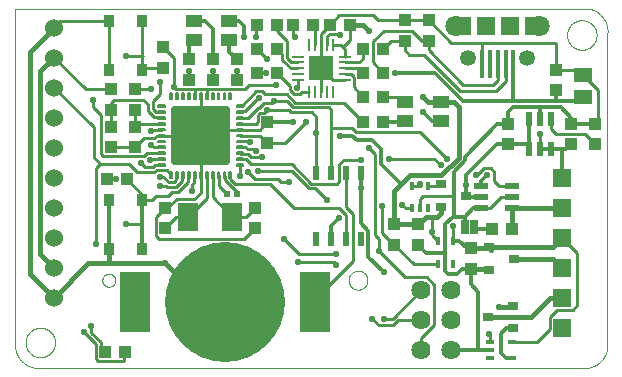
<source format=gtl>
G75*
%MOIN*%
%OFA0B0*%
%FSLAX25Y25*%
%IPPOS*%
%LPD*%
%AMOC8*
5,1,8,0,0,1.08239X$1,22.5*
%
%ADD10C,0.00000*%
%ADD11C,0.40000*%
%ADD12R,0.10000X0.20000*%
%ADD13R,0.03937X0.04331*%
%ADD14R,0.05906X0.05118*%
%ADD15R,0.04331X0.03937*%
%ADD16C,0.00591*%
%ADD17C,0.01969*%
%ADD18C,0.06400*%
%ADD19C,0.06000*%
%ADD20R,0.06000X0.06000*%
%ADD21R,0.02500X0.05000*%
%ADD22R,0.01772X0.09252*%
%ADD23C,0.05315*%
%ADD24C,0.07087*%
%ADD25R,0.05906X0.06102*%
%ADD26R,0.03543X0.03150*%
%ADD27R,0.02362X0.04724*%
%ADD28R,0.06693X0.09449*%
%ADD29R,0.05512X0.04331*%
%ADD30R,0.01378X0.03150*%
%ADD31R,0.03150X0.01378*%
%ADD32R,0.03199X0.04134*%
%ADD33R,0.02165X0.04724*%
%ADD34R,0.04724X0.02165*%
%ADD35R,0.00984X0.03937*%
%ADD36R,0.03937X0.00984*%
%ADD37R,0.07874X0.07874*%
%ADD38C,0.02181*%
%ADD39C,0.01000*%
%ADD40C,0.01200*%
%ADD41C,0.01600*%
%ADD42C,0.02378*%
D10*
X0017374Y0010214D02*
X0199006Y0010256D01*
X0199006Y0010257D02*
X0199185Y0010246D01*
X0199364Y0010239D01*
X0199543Y0010237D01*
X0199722Y0010239D01*
X0199901Y0010246D01*
X0200080Y0010256D01*
X0200259Y0010272D01*
X0200437Y0010291D01*
X0200615Y0010315D01*
X0200792Y0010343D01*
X0200968Y0010375D01*
X0201144Y0010412D01*
X0201318Y0010453D01*
X0201492Y0010498D01*
X0201664Y0010547D01*
X0201835Y0010601D01*
X0202005Y0010658D01*
X0202173Y0010720D01*
X0202340Y0010786D01*
X0202505Y0010856D01*
X0202669Y0010929D01*
X0202830Y0011007D01*
X0202990Y0011089D01*
X0203147Y0011174D01*
X0203303Y0011263D01*
X0203456Y0011356D01*
X0203607Y0011453D01*
X0203756Y0011553D01*
X0203902Y0011657D01*
X0204045Y0011765D01*
X0204186Y0011875D01*
X0204324Y0011990D01*
X0204460Y0012107D01*
X0204592Y0012228D01*
X0204722Y0012352D01*
X0204848Y0012479D01*
X0204972Y0012609D01*
X0205092Y0012742D01*
X0205209Y0012878D01*
X0205322Y0013017D01*
X0205432Y0013158D01*
X0205539Y0013302D01*
X0205642Y0013449D01*
X0205742Y0013598D01*
X0205838Y0013749D01*
X0205930Y0013903D01*
X0206018Y0014059D01*
X0206103Y0014217D01*
X0206184Y0014377D01*
X0206261Y0014539D01*
X0206334Y0014703D01*
X0206403Y0014868D01*
X0206468Y0015035D01*
X0206529Y0015204D01*
X0206585Y0015374D01*
X0206638Y0015545D01*
X0206686Y0015718D01*
X0206731Y0015892D01*
X0206771Y0016066D01*
X0206807Y0016242D01*
X0206838Y0016419D01*
X0206865Y0016596D01*
X0206888Y0016773D01*
X0206907Y0016952D01*
X0206921Y0017131D01*
X0206921Y0017130D02*
X0206921Y0121041D01*
X0206956Y0121222D01*
X0206986Y0121405D01*
X0207011Y0121588D01*
X0207033Y0121771D01*
X0207049Y0121955D01*
X0207061Y0122139D01*
X0207069Y0122324D01*
X0207072Y0122508D01*
X0207070Y0122693D01*
X0207064Y0122878D01*
X0207054Y0123062D01*
X0207039Y0123246D01*
X0207019Y0123430D01*
X0206995Y0123613D01*
X0206967Y0123795D01*
X0206934Y0123977D01*
X0206896Y0124158D01*
X0206854Y0124338D01*
X0206808Y0124517D01*
X0206757Y0124694D01*
X0206702Y0124870D01*
X0206643Y0125045D01*
X0206579Y0125219D01*
X0206512Y0125391D01*
X0206440Y0125561D01*
X0206363Y0125729D01*
X0206283Y0125895D01*
X0206199Y0126059D01*
X0206110Y0126222D01*
X0206018Y0126382D01*
X0205922Y0126539D01*
X0205822Y0126695D01*
X0205718Y0126847D01*
X0205610Y0126997D01*
X0205499Y0127145D01*
X0205385Y0127290D01*
X0205266Y0127431D01*
X0205144Y0127570D01*
X0205019Y0127706D01*
X0204891Y0127839D01*
X0204759Y0127968D01*
X0204625Y0128095D01*
X0204487Y0128218D01*
X0204346Y0128337D01*
X0204202Y0128453D01*
X0204056Y0128566D01*
X0203907Y0128675D01*
X0203755Y0128780D01*
X0203600Y0128881D01*
X0203444Y0128979D01*
X0203284Y0129072D01*
X0203123Y0129162D01*
X0202959Y0129248D01*
X0202794Y0129330D01*
X0202626Y0129407D01*
X0202457Y0129481D01*
X0202286Y0129550D01*
X0202113Y0129615D01*
X0201938Y0129676D01*
X0201763Y0129732D01*
X0201585Y0129785D01*
X0201407Y0129833D01*
X0201228Y0129876D01*
X0201047Y0129915D01*
X0009500Y0129915D01*
X0009500Y0018088D01*
X0009502Y0017898D01*
X0009509Y0017708D01*
X0009521Y0017518D01*
X0009537Y0017328D01*
X0009557Y0017139D01*
X0009583Y0016950D01*
X0009612Y0016762D01*
X0009647Y0016575D01*
X0009686Y0016389D01*
X0009729Y0016204D01*
X0009777Y0016019D01*
X0009829Y0015836D01*
X0009885Y0015655D01*
X0009946Y0015475D01*
X0010012Y0015296D01*
X0010081Y0015119D01*
X0010155Y0014943D01*
X0010233Y0014770D01*
X0010316Y0014598D01*
X0010402Y0014429D01*
X0010492Y0014261D01*
X0010587Y0014096D01*
X0010685Y0013933D01*
X0010788Y0013773D01*
X0010894Y0013615D01*
X0011004Y0013460D01*
X0011117Y0013307D01*
X0011235Y0013157D01*
X0011356Y0013011D01*
X0011480Y0012867D01*
X0011608Y0012726D01*
X0011739Y0012588D01*
X0011874Y0012453D01*
X0012012Y0012322D01*
X0012153Y0012194D01*
X0012297Y0012070D01*
X0012443Y0011949D01*
X0012593Y0011831D01*
X0012746Y0011718D01*
X0012901Y0011608D01*
X0013059Y0011502D01*
X0013219Y0011399D01*
X0013382Y0011301D01*
X0013547Y0011206D01*
X0013715Y0011116D01*
X0013884Y0011030D01*
X0014056Y0010947D01*
X0014229Y0010869D01*
X0014405Y0010795D01*
X0014582Y0010726D01*
X0014761Y0010660D01*
X0014941Y0010599D01*
X0015122Y0010543D01*
X0015305Y0010491D01*
X0015490Y0010443D01*
X0015675Y0010400D01*
X0015861Y0010361D01*
X0016048Y0010326D01*
X0016236Y0010297D01*
X0016425Y0010271D01*
X0016614Y0010251D01*
X0016804Y0010235D01*
X0016994Y0010223D01*
X0017184Y0010216D01*
X0017374Y0010214D01*
X0013079Y0018714D02*
X0013081Y0018854D01*
X0013087Y0018994D01*
X0013097Y0019133D01*
X0013111Y0019272D01*
X0013129Y0019411D01*
X0013150Y0019549D01*
X0013176Y0019687D01*
X0013206Y0019824D01*
X0013239Y0019959D01*
X0013277Y0020094D01*
X0013318Y0020228D01*
X0013363Y0020361D01*
X0013411Y0020492D01*
X0013464Y0020621D01*
X0013520Y0020750D01*
X0013579Y0020876D01*
X0013643Y0021001D01*
X0013709Y0021124D01*
X0013780Y0021245D01*
X0013853Y0021364D01*
X0013930Y0021481D01*
X0014011Y0021595D01*
X0014094Y0021707D01*
X0014181Y0021817D01*
X0014271Y0021925D01*
X0014363Y0022029D01*
X0014459Y0022131D01*
X0014558Y0022231D01*
X0014659Y0022327D01*
X0014763Y0022421D01*
X0014870Y0022511D01*
X0014979Y0022598D01*
X0015091Y0022683D01*
X0015205Y0022764D01*
X0015321Y0022842D01*
X0015439Y0022916D01*
X0015560Y0022987D01*
X0015682Y0023055D01*
X0015807Y0023119D01*
X0015933Y0023180D01*
X0016060Y0023237D01*
X0016190Y0023290D01*
X0016321Y0023340D01*
X0016453Y0023385D01*
X0016586Y0023428D01*
X0016721Y0023466D01*
X0016856Y0023500D01*
X0016993Y0023531D01*
X0017130Y0023558D01*
X0017268Y0023580D01*
X0017407Y0023599D01*
X0017546Y0023614D01*
X0017685Y0023625D01*
X0017825Y0023632D01*
X0017965Y0023635D01*
X0018105Y0023634D01*
X0018245Y0023629D01*
X0018384Y0023620D01*
X0018524Y0023607D01*
X0018663Y0023590D01*
X0018801Y0023569D01*
X0018939Y0023545D01*
X0019076Y0023516D01*
X0019212Y0023484D01*
X0019347Y0023447D01*
X0019481Y0023407D01*
X0019614Y0023363D01*
X0019745Y0023315D01*
X0019875Y0023264D01*
X0020004Y0023209D01*
X0020131Y0023150D01*
X0020256Y0023087D01*
X0020379Y0023022D01*
X0020501Y0022952D01*
X0020620Y0022879D01*
X0020738Y0022803D01*
X0020853Y0022724D01*
X0020966Y0022641D01*
X0021076Y0022555D01*
X0021184Y0022466D01*
X0021289Y0022374D01*
X0021392Y0022279D01*
X0021492Y0022181D01*
X0021589Y0022081D01*
X0021683Y0021977D01*
X0021775Y0021871D01*
X0021863Y0021763D01*
X0021948Y0021652D01*
X0022030Y0021538D01*
X0022109Y0021422D01*
X0022184Y0021305D01*
X0022256Y0021185D01*
X0022324Y0021063D01*
X0022389Y0020939D01*
X0022451Y0020813D01*
X0022509Y0020686D01*
X0022563Y0020557D01*
X0022614Y0020426D01*
X0022660Y0020294D01*
X0022703Y0020161D01*
X0022743Y0020027D01*
X0022778Y0019892D01*
X0022810Y0019755D01*
X0022837Y0019618D01*
X0022861Y0019480D01*
X0022881Y0019342D01*
X0022897Y0019203D01*
X0022909Y0019063D01*
X0022917Y0018924D01*
X0022921Y0018784D01*
X0022921Y0018644D01*
X0022917Y0018504D01*
X0022909Y0018365D01*
X0022897Y0018225D01*
X0022881Y0018086D01*
X0022861Y0017948D01*
X0022837Y0017810D01*
X0022810Y0017673D01*
X0022778Y0017536D01*
X0022743Y0017401D01*
X0022703Y0017267D01*
X0022660Y0017134D01*
X0022614Y0017002D01*
X0022563Y0016871D01*
X0022509Y0016742D01*
X0022451Y0016615D01*
X0022389Y0016489D01*
X0022324Y0016365D01*
X0022256Y0016243D01*
X0022184Y0016123D01*
X0022109Y0016006D01*
X0022030Y0015890D01*
X0021948Y0015776D01*
X0021863Y0015665D01*
X0021775Y0015557D01*
X0021683Y0015451D01*
X0021589Y0015347D01*
X0021492Y0015247D01*
X0021392Y0015149D01*
X0021289Y0015054D01*
X0021184Y0014962D01*
X0021076Y0014873D01*
X0020966Y0014787D01*
X0020853Y0014704D01*
X0020738Y0014625D01*
X0020620Y0014549D01*
X0020501Y0014476D01*
X0020379Y0014406D01*
X0020256Y0014341D01*
X0020131Y0014278D01*
X0020004Y0014219D01*
X0019875Y0014164D01*
X0019745Y0014113D01*
X0019614Y0014065D01*
X0019481Y0014021D01*
X0019347Y0013981D01*
X0019212Y0013944D01*
X0019076Y0013912D01*
X0018939Y0013883D01*
X0018801Y0013859D01*
X0018663Y0013838D01*
X0018524Y0013821D01*
X0018384Y0013808D01*
X0018245Y0013799D01*
X0018105Y0013794D01*
X0017965Y0013793D01*
X0017825Y0013796D01*
X0017685Y0013803D01*
X0017546Y0013814D01*
X0017407Y0013829D01*
X0017268Y0013848D01*
X0017130Y0013870D01*
X0016993Y0013897D01*
X0016856Y0013928D01*
X0016721Y0013962D01*
X0016586Y0014000D01*
X0016453Y0014043D01*
X0016321Y0014088D01*
X0016190Y0014138D01*
X0016060Y0014191D01*
X0015933Y0014248D01*
X0015807Y0014309D01*
X0015682Y0014373D01*
X0015560Y0014441D01*
X0015439Y0014512D01*
X0015321Y0014586D01*
X0015205Y0014664D01*
X0015091Y0014745D01*
X0014979Y0014830D01*
X0014870Y0014917D01*
X0014763Y0015007D01*
X0014659Y0015101D01*
X0014558Y0015197D01*
X0014459Y0015297D01*
X0014363Y0015399D01*
X0014271Y0015503D01*
X0014181Y0015611D01*
X0014094Y0015721D01*
X0014011Y0015833D01*
X0013930Y0015947D01*
X0013853Y0016064D01*
X0013780Y0016183D01*
X0013709Y0016304D01*
X0013643Y0016427D01*
X0013579Y0016552D01*
X0013520Y0016678D01*
X0013464Y0016807D01*
X0013411Y0016936D01*
X0013363Y0017067D01*
X0013318Y0017200D01*
X0013277Y0017334D01*
X0013239Y0017469D01*
X0013206Y0017604D01*
X0013176Y0017741D01*
X0013150Y0017879D01*
X0013129Y0018017D01*
X0013111Y0018156D01*
X0013097Y0018295D01*
X0013087Y0018434D01*
X0013081Y0018574D01*
X0013079Y0018714D01*
X0038666Y0039482D02*
X0038668Y0039575D01*
X0038674Y0039667D01*
X0038684Y0039759D01*
X0038698Y0039850D01*
X0038715Y0039941D01*
X0038737Y0040031D01*
X0038762Y0040120D01*
X0038791Y0040208D01*
X0038824Y0040294D01*
X0038861Y0040379D01*
X0038901Y0040463D01*
X0038945Y0040544D01*
X0038992Y0040624D01*
X0039042Y0040702D01*
X0039096Y0040777D01*
X0039153Y0040850D01*
X0039213Y0040920D01*
X0039276Y0040988D01*
X0039342Y0041053D01*
X0039410Y0041115D01*
X0039481Y0041175D01*
X0039555Y0041231D01*
X0039631Y0041284D01*
X0039709Y0041333D01*
X0039789Y0041380D01*
X0039871Y0041422D01*
X0039955Y0041462D01*
X0040040Y0041497D01*
X0040127Y0041529D01*
X0040215Y0041558D01*
X0040304Y0041582D01*
X0040394Y0041603D01*
X0040485Y0041619D01*
X0040577Y0041632D01*
X0040669Y0041641D01*
X0040762Y0041646D01*
X0040854Y0041647D01*
X0040947Y0041644D01*
X0041039Y0041637D01*
X0041131Y0041626D01*
X0041222Y0041611D01*
X0041313Y0041593D01*
X0041403Y0041570D01*
X0041491Y0041544D01*
X0041579Y0041514D01*
X0041665Y0041480D01*
X0041749Y0041443D01*
X0041832Y0041401D01*
X0041913Y0041357D01*
X0041993Y0041309D01*
X0042070Y0041258D01*
X0042144Y0041203D01*
X0042217Y0041145D01*
X0042287Y0041085D01*
X0042354Y0041021D01*
X0042418Y0040955D01*
X0042480Y0040885D01*
X0042538Y0040814D01*
X0042593Y0040740D01*
X0042645Y0040663D01*
X0042694Y0040584D01*
X0042740Y0040504D01*
X0042782Y0040421D01*
X0042820Y0040337D01*
X0042855Y0040251D01*
X0042886Y0040164D01*
X0042913Y0040076D01*
X0042936Y0039986D01*
X0042956Y0039896D01*
X0042972Y0039805D01*
X0042984Y0039713D01*
X0042992Y0039621D01*
X0042996Y0039528D01*
X0042996Y0039436D01*
X0042992Y0039343D01*
X0042984Y0039251D01*
X0042972Y0039159D01*
X0042956Y0039068D01*
X0042936Y0038978D01*
X0042913Y0038888D01*
X0042886Y0038800D01*
X0042855Y0038713D01*
X0042820Y0038627D01*
X0042782Y0038543D01*
X0042740Y0038460D01*
X0042694Y0038380D01*
X0042645Y0038301D01*
X0042593Y0038224D01*
X0042538Y0038150D01*
X0042480Y0038079D01*
X0042418Y0038009D01*
X0042354Y0037943D01*
X0042287Y0037879D01*
X0042217Y0037819D01*
X0042144Y0037761D01*
X0042070Y0037706D01*
X0041993Y0037655D01*
X0041914Y0037607D01*
X0041832Y0037563D01*
X0041749Y0037521D01*
X0041665Y0037484D01*
X0041579Y0037450D01*
X0041491Y0037420D01*
X0041403Y0037394D01*
X0041313Y0037371D01*
X0041222Y0037353D01*
X0041131Y0037338D01*
X0041039Y0037327D01*
X0040947Y0037320D01*
X0040854Y0037317D01*
X0040762Y0037318D01*
X0040669Y0037323D01*
X0040577Y0037332D01*
X0040485Y0037345D01*
X0040394Y0037361D01*
X0040304Y0037382D01*
X0040215Y0037406D01*
X0040127Y0037435D01*
X0040040Y0037467D01*
X0039955Y0037502D01*
X0039871Y0037542D01*
X0039789Y0037584D01*
X0039709Y0037631D01*
X0039631Y0037680D01*
X0039555Y0037733D01*
X0039481Y0037789D01*
X0039410Y0037849D01*
X0039342Y0037911D01*
X0039276Y0037976D01*
X0039213Y0038044D01*
X0039153Y0038114D01*
X0039096Y0038187D01*
X0039042Y0038262D01*
X0038992Y0038340D01*
X0038945Y0038420D01*
X0038901Y0038501D01*
X0038861Y0038585D01*
X0038824Y0038670D01*
X0038791Y0038756D01*
X0038762Y0038844D01*
X0038737Y0038933D01*
X0038715Y0039023D01*
X0038698Y0039114D01*
X0038684Y0039205D01*
X0038674Y0039297D01*
X0038668Y0039389D01*
X0038666Y0039482D01*
X0120752Y0039482D02*
X0120754Y0039594D01*
X0120760Y0039705D01*
X0120770Y0039817D01*
X0120784Y0039928D01*
X0120801Y0040038D01*
X0120823Y0040148D01*
X0120849Y0040257D01*
X0120878Y0040365D01*
X0120911Y0040471D01*
X0120948Y0040577D01*
X0120989Y0040681D01*
X0121034Y0040784D01*
X0121082Y0040885D01*
X0121133Y0040984D01*
X0121188Y0041081D01*
X0121247Y0041176D01*
X0121308Y0041270D01*
X0121373Y0041361D01*
X0121442Y0041449D01*
X0121513Y0041535D01*
X0121587Y0041619D01*
X0121665Y0041699D01*
X0121745Y0041777D01*
X0121828Y0041853D01*
X0121913Y0041925D01*
X0122001Y0041994D01*
X0122091Y0042060D01*
X0122184Y0042122D01*
X0122279Y0042182D01*
X0122376Y0042238D01*
X0122474Y0042290D01*
X0122575Y0042339D01*
X0122677Y0042384D01*
X0122781Y0042426D01*
X0122886Y0042464D01*
X0122993Y0042498D01*
X0123100Y0042528D01*
X0123209Y0042555D01*
X0123318Y0042577D01*
X0123429Y0042596D01*
X0123539Y0042611D01*
X0123651Y0042622D01*
X0123762Y0042629D01*
X0123874Y0042632D01*
X0123986Y0042631D01*
X0124098Y0042626D01*
X0124209Y0042617D01*
X0124320Y0042604D01*
X0124431Y0042587D01*
X0124541Y0042567D01*
X0124650Y0042542D01*
X0124758Y0042514D01*
X0124865Y0042481D01*
X0124971Y0042445D01*
X0125075Y0042405D01*
X0125178Y0042362D01*
X0125280Y0042315D01*
X0125379Y0042264D01*
X0125477Y0042210D01*
X0125573Y0042152D01*
X0125667Y0042091D01*
X0125758Y0042027D01*
X0125847Y0041960D01*
X0125934Y0041889D01*
X0126018Y0041815D01*
X0126100Y0041739D01*
X0126178Y0041659D01*
X0126254Y0041577D01*
X0126327Y0041492D01*
X0126397Y0041405D01*
X0126463Y0041315D01*
X0126527Y0041223D01*
X0126587Y0041129D01*
X0126644Y0041033D01*
X0126697Y0040934D01*
X0126747Y0040834D01*
X0126793Y0040733D01*
X0126836Y0040629D01*
X0126875Y0040524D01*
X0126910Y0040418D01*
X0126941Y0040311D01*
X0126969Y0040202D01*
X0126992Y0040093D01*
X0127012Y0039983D01*
X0127028Y0039872D01*
X0127040Y0039761D01*
X0127048Y0039650D01*
X0127052Y0039538D01*
X0127052Y0039426D01*
X0127048Y0039314D01*
X0127040Y0039203D01*
X0127028Y0039092D01*
X0127012Y0038981D01*
X0126992Y0038871D01*
X0126969Y0038762D01*
X0126941Y0038653D01*
X0126910Y0038546D01*
X0126875Y0038440D01*
X0126836Y0038335D01*
X0126793Y0038231D01*
X0126747Y0038130D01*
X0126697Y0038030D01*
X0126644Y0037931D01*
X0126587Y0037835D01*
X0126527Y0037741D01*
X0126463Y0037649D01*
X0126397Y0037559D01*
X0126327Y0037472D01*
X0126254Y0037387D01*
X0126178Y0037305D01*
X0126100Y0037225D01*
X0126018Y0037149D01*
X0125934Y0037075D01*
X0125847Y0037004D01*
X0125758Y0036937D01*
X0125667Y0036873D01*
X0125573Y0036812D01*
X0125477Y0036754D01*
X0125379Y0036700D01*
X0125280Y0036649D01*
X0125178Y0036602D01*
X0125075Y0036559D01*
X0124971Y0036519D01*
X0124865Y0036483D01*
X0124758Y0036450D01*
X0124650Y0036422D01*
X0124541Y0036397D01*
X0124431Y0036377D01*
X0124320Y0036360D01*
X0124209Y0036347D01*
X0124098Y0036338D01*
X0123986Y0036333D01*
X0123874Y0036332D01*
X0123762Y0036335D01*
X0123651Y0036342D01*
X0123539Y0036353D01*
X0123429Y0036368D01*
X0123318Y0036387D01*
X0123209Y0036409D01*
X0123100Y0036436D01*
X0122993Y0036466D01*
X0122886Y0036500D01*
X0122781Y0036538D01*
X0122677Y0036580D01*
X0122575Y0036625D01*
X0122474Y0036674D01*
X0122376Y0036726D01*
X0122279Y0036782D01*
X0122184Y0036842D01*
X0122091Y0036904D01*
X0122001Y0036970D01*
X0121913Y0037039D01*
X0121828Y0037111D01*
X0121745Y0037187D01*
X0121665Y0037265D01*
X0121587Y0037345D01*
X0121513Y0037429D01*
X0121442Y0037515D01*
X0121373Y0037603D01*
X0121308Y0037694D01*
X0121247Y0037788D01*
X0121188Y0037883D01*
X0121133Y0037980D01*
X0121082Y0038079D01*
X0121034Y0038180D01*
X0120989Y0038283D01*
X0120948Y0038387D01*
X0120911Y0038493D01*
X0120878Y0038599D01*
X0120849Y0038707D01*
X0120823Y0038816D01*
X0120801Y0038926D01*
X0120784Y0039036D01*
X0120770Y0039147D01*
X0120760Y0039259D01*
X0120754Y0039370D01*
X0120752Y0039482D01*
X0193579Y0121214D02*
X0193581Y0121354D01*
X0193587Y0121494D01*
X0193597Y0121633D01*
X0193611Y0121772D01*
X0193629Y0121911D01*
X0193650Y0122049D01*
X0193676Y0122187D01*
X0193706Y0122324D01*
X0193739Y0122459D01*
X0193777Y0122594D01*
X0193818Y0122728D01*
X0193863Y0122861D01*
X0193911Y0122992D01*
X0193964Y0123121D01*
X0194020Y0123250D01*
X0194079Y0123376D01*
X0194143Y0123501D01*
X0194209Y0123624D01*
X0194280Y0123745D01*
X0194353Y0123864D01*
X0194430Y0123981D01*
X0194511Y0124095D01*
X0194594Y0124207D01*
X0194681Y0124317D01*
X0194771Y0124425D01*
X0194863Y0124529D01*
X0194959Y0124631D01*
X0195058Y0124731D01*
X0195159Y0124827D01*
X0195263Y0124921D01*
X0195370Y0125011D01*
X0195479Y0125098D01*
X0195591Y0125183D01*
X0195705Y0125264D01*
X0195821Y0125342D01*
X0195939Y0125416D01*
X0196060Y0125487D01*
X0196182Y0125555D01*
X0196307Y0125619D01*
X0196433Y0125680D01*
X0196560Y0125737D01*
X0196690Y0125790D01*
X0196821Y0125840D01*
X0196953Y0125885D01*
X0197086Y0125928D01*
X0197221Y0125966D01*
X0197356Y0126000D01*
X0197493Y0126031D01*
X0197630Y0126058D01*
X0197768Y0126080D01*
X0197907Y0126099D01*
X0198046Y0126114D01*
X0198185Y0126125D01*
X0198325Y0126132D01*
X0198465Y0126135D01*
X0198605Y0126134D01*
X0198745Y0126129D01*
X0198884Y0126120D01*
X0199024Y0126107D01*
X0199163Y0126090D01*
X0199301Y0126069D01*
X0199439Y0126045D01*
X0199576Y0126016D01*
X0199712Y0125984D01*
X0199847Y0125947D01*
X0199981Y0125907D01*
X0200114Y0125863D01*
X0200245Y0125815D01*
X0200375Y0125764D01*
X0200504Y0125709D01*
X0200631Y0125650D01*
X0200756Y0125587D01*
X0200879Y0125522D01*
X0201001Y0125452D01*
X0201120Y0125379D01*
X0201238Y0125303D01*
X0201353Y0125224D01*
X0201466Y0125141D01*
X0201576Y0125055D01*
X0201684Y0124966D01*
X0201789Y0124874D01*
X0201892Y0124779D01*
X0201992Y0124681D01*
X0202089Y0124581D01*
X0202183Y0124477D01*
X0202275Y0124371D01*
X0202363Y0124263D01*
X0202448Y0124152D01*
X0202530Y0124038D01*
X0202609Y0123922D01*
X0202684Y0123805D01*
X0202756Y0123685D01*
X0202824Y0123563D01*
X0202889Y0123439D01*
X0202951Y0123313D01*
X0203009Y0123186D01*
X0203063Y0123057D01*
X0203114Y0122926D01*
X0203160Y0122794D01*
X0203203Y0122661D01*
X0203243Y0122527D01*
X0203278Y0122392D01*
X0203310Y0122255D01*
X0203337Y0122118D01*
X0203361Y0121980D01*
X0203381Y0121842D01*
X0203397Y0121703D01*
X0203409Y0121563D01*
X0203417Y0121424D01*
X0203421Y0121284D01*
X0203421Y0121144D01*
X0203417Y0121004D01*
X0203409Y0120865D01*
X0203397Y0120725D01*
X0203381Y0120586D01*
X0203361Y0120448D01*
X0203337Y0120310D01*
X0203310Y0120173D01*
X0203278Y0120036D01*
X0203243Y0119901D01*
X0203203Y0119767D01*
X0203160Y0119634D01*
X0203114Y0119502D01*
X0203063Y0119371D01*
X0203009Y0119242D01*
X0202951Y0119115D01*
X0202889Y0118989D01*
X0202824Y0118865D01*
X0202756Y0118743D01*
X0202684Y0118623D01*
X0202609Y0118506D01*
X0202530Y0118390D01*
X0202448Y0118276D01*
X0202363Y0118165D01*
X0202275Y0118057D01*
X0202183Y0117951D01*
X0202089Y0117847D01*
X0201992Y0117747D01*
X0201892Y0117649D01*
X0201789Y0117554D01*
X0201684Y0117462D01*
X0201576Y0117373D01*
X0201466Y0117287D01*
X0201353Y0117204D01*
X0201238Y0117125D01*
X0201120Y0117049D01*
X0201001Y0116976D01*
X0200879Y0116906D01*
X0200756Y0116841D01*
X0200631Y0116778D01*
X0200504Y0116719D01*
X0200375Y0116664D01*
X0200245Y0116613D01*
X0200114Y0116565D01*
X0199981Y0116521D01*
X0199847Y0116481D01*
X0199712Y0116444D01*
X0199576Y0116412D01*
X0199439Y0116383D01*
X0199301Y0116359D01*
X0199163Y0116338D01*
X0199024Y0116321D01*
X0198884Y0116308D01*
X0198745Y0116299D01*
X0198605Y0116294D01*
X0198465Y0116293D01*
X0198325Y0116296D01*
X0198185Y0116303D01*
X0198046Y0116314D01*
X0197907Y0116329D01*
X0197768Y0116348D01*
X0197630Y0116370D01*
X0197493Y0116397D01*
X0197356Y0116428D01*
X0197221Y0116462D01*
X0197086Y0116500D01*
X0196953Y0116543D01*
X0196821Y0116588D01*
X0196690Y0116638D01*
X0196560Y0116691D01*
X0196433Y0116748D01*
X0196307Y0116809D01*
X0196182Y0116873D01*
X0196060Y0116941D01*
X0195939Y0117012D01*
X0195821Y0117086D01*
X0195705Y0117164D01*
X0195591Y0117245D01*
X0195479Y0117330D01*
X0195370Y0117417D01*
X0195263Y0117507D01*
X0195159Y0117601D01*
X0195058Y0117697D01*
X0194959Y0117797D01*
X0194863Y0117899D01*
X0194771Y0118003D01*
X0194681Y0118111D01*
X0194594Y0118221D01*
X0194511Y0118333D01*
X0194430Y0118447D01*
X0194353Y0118564D01*
X0194280Y0118683D01*
X0194209Y0118804D01*
X0194143Y0118927D01*
X0194079Y0119052D01*
X0194020Y0119178D01*
X0193964Y0119307D01*
X0193911Y0119436D01*
X0193863Y0119567D01*
X0193818Y0119700D01*
X0193777Y0119834D01*
X0193739Y0119969D01*
X0193706Y0120104D01*
X0193676Y0120241D01*
X0193650Y0120379D01*
X0193629Y0120517D01*
X0193611Y0120656D01*
X0193597Y0120795D01*
X0193587Y0120934D01*
X0193581Y0121074D01*
X0193579Y0121214D01*
D11*
X0079500Y0032214D03*
D12*
X0049500Y0032214D03*
X0109500Y0032214D03*
D13*
X0144000Y0051368D03*
X0144000Y0058061D03*
X0161500Y0050061D03*
X0161500Y0043368D03*
X0168654Y0056714D03*
X0175346Y0056714D03*
X0174000Y0084868D03*
X0174000Y0091561D03*
X0190000Y0102868D03*
X0190000Y0109561D03*
X0195000Y0091561D03*
X0203000Y0091561D03*
X0203000Y0084868D03*
X0195000Y0084868D03*
X0147500Y0119368D03*
X0139500Y0119368D03*
X0132346Y0116714D03*
X0125654Y0116714D03*
X0125654Y0108714D03*
X0132346Y0108714D03*
X0132346Y0100714D03*
X0125654Y0100714D03*
X0125654Y0092214D03*
X0132346Y0092214D03*
X0096846Y0108714D03*
X0090154Y0108714D03*
X0090154Y0124714D03*
X0096846Y0124714D03*
X0102154Y0124714D03*
X0108846Y0124714D03*
X0139500Y0126061D03*
X0147500Y0126061D03*
X0093500Y0092061D03*
X0093500Y0085368D03*
X0089500Y0063561D03*
X0089500Y0056868D03*
X0059500Y0056868D03*
X0059500Y0063561D03*
X0046846Y0073214D03*
X0040154Y0073214D03*
X0039654Y0015714D03*
X0046346Y0015714D03*
D14*
X0199000Y0100474D03*
X0199000Y0107955D03*
D15*
X0136000Y0058061D03*
X0136000Y0051368D03*
X0083500Y0106368D03*
X0083500Y0113061D03*
X0090154Y0116714D03*
X0096846Y0116714D03*
X0114654Y0124714D03*
X0121346Y0124714D03*
X0075500Y0113061D03*
X0075500Y0106368D03*
X0067500Y0106368D03*
X0067500Y0113061D03*
X0059000Y0110368D03*
X0059000Y0117061D03*
X0049500Y0103061D03*
X0041500Y0103061D03*
X0041500Y0096368D03*
X0041500Y0090561D03*
X0049500Y0090561D03*
X0049500Y0096368D03*
X0049500Y0083868D03*
X0041500Y0083868D03*
D16*
X0059492Y0084072D02*
X0059492Y0083482D01*
X0057326Y0083482D01*
X0057326Y0084072D01*
X0059492Y0084072D01*
X0057326Y0084072D01*
X0059492Y0082104D02*
X0059492Y0081514D01*
X0057326Y0081514D01*
X0057326Y0082104D01*
X0059492Y0082104D01*
X0057326Y0082104D01*
X0059492Y0080135D02*
X0059492Y0079545D01*
X0057326Y0079545D01*
X0057326Y0080135D01*
X0059492Y0080135D01*
X0057326Y0080135D01*
X0059492Y0078167D02*
X0059492Y0077577D01*
X0057326Y0077577D01*
X0057326Y0078167D01*
X0059492Y0078167D01*
X0057326Y0078167D01*
X0061952Y0075707D02*
X0061952Y0073541D01*
X0061362Y0073541D01*
X0061362Y0075707D01*
X0061952Y0075707D01*
X0061952Y0074131D02*
X0061362Y0074131D01*
X0061362Y0074721D02*
X0061952Y0074721D01*
X0061952Y0075311D02*
X0061362Y0075311D01*
X0063921Y0075707D02*
X0063921Y0073541D01*
X0063331Y0073541D01*
X0063331Y0075707D01*
X0063921Y0075707D01*
X0063921Y0074131D02*
X0063331Y0074131D01*
X0063331Y0074721D02*
X0063921Y0074721D01*
X0063921Y0075311D02*
X0063331Y0075311D01*
X0065889Y0075707D02*
X0065889Y0073541D01*
X0065299Y0073541D01*
X0065299Y0075707D01*
X0065889Y0075707D01*
X0065889Y0074131D02*
X0065299Y0074131D01*
X0065299Y0074721D02*
X0065889Y0074721D01*
X0065889Y0075311D02*
X0065299Y0075311D01*
X0067858Y0075707D02*
X0067858Y0073541D01*
X0067268Y0073541D01*
X0067268Y0075707D01*
X0067858Y0075707D01*
X0067858Y0074131D02*
X0067268Y0074131D01*
X0067268Y0074721D02*
X0067858Y0074721D01*
X0067858Y0075311D02*
X0067268Y0075311D01*
X0069826Y0075707D02*
X0069826Y0073541D01*
X0069236Y0073541D01*
X0069236Y0075707D01*
X0069826Y0075707D01*
X0069826Y0074131D02*
X0069236Y0074131D01*
X0069236Y0074721D02*
X0069826Y0074721D01*
X0069826Y0075311D02*
X0069236Y0075311D01*
X0071795Y0075707D02*
X0071795Y0073541D01*
X0071205Y0073541D01*
X0071205Y0075707D01*
X0071795Y0075707D01*
X0071795Y0074131D02*
X0071205Y0074131D01*
X0071205Y0074721D02*
X0071795Y0074721D01*
X0071795Y0075311D02*
X0071205Y0075311D01*
X0073764Y0075707D02*
X0073764Y0073541D01*
X0073174Y0073541D01*
X0073174Y0075707D01*
X0073764Y0075707D01*
X0073764Y0074131D02*
X0073174Y0074131D01*
X0073174Y0074721D02*
X0073764Y0074721D01*
X0073764Y0075311D02*
X0073174Y0075311D01*
X0075732Y0075707D02*
X0075732Y0073541D01*
X0075142Y0073541D01*
X0075142Y0075707D01*
X0075732Y0075707D01*
X0075732Y0074131D02*
X0075142Y0074131D01*
X0075142Y0074721D02*
X0075732Y0074721D01*
X0075732Y0075311D02*
X0075142Y0075311D01*
X0077701Y0075707D02*
X0077701Y0073541D01*
X0077111Y0073541D01*
X0077111Y0075707D01*
X0077701Y0075707D01*
X0077701Y0074131D02*
X0077111Y0074131D01*
X0077111Y0074721D02*
X0077701Y0074721D01*
X0077701Y0075311D02*
X0077111Y0075311D01*
X0079669Y0075707D02*
X0079669Y0073541D01*
X0079079Y0073541D01*
X0079079Y0075707D01*
X0079669Y0075707D01*
X0079669Y0074131D02*
X0079079Y0074131D01*
X0079079Y0074721D02*
X0079669Y0074721D01*
X0079669Y0075311D02*
X0079079Y0075311D01*
X0081638Y0075707D02*
X0081638Y0073541D01*
X0081048Y0073541D01*
X0081048Y0075707D01*
X0081638Y0075707D01*
X0081638Y0074131D02*
X0081048Y0074131D01*
X0081048Y0074721D02*
X0081638Y0074721D01*
X0081638Y0075311D02*
X0081048Y0075311D01*
X0085674Y0077577D02*
X0085674Y0078167D01*
X0085674Y0077577D02*
X0083508Y0077577D01*
X0083508Y0078167D01*
X0085674Y0078167D01*
X0083508Y0078167D01*
X0085674Y0079545D02*
X0085674Y0080135D01*
X0085674Y0079545D02*
X0083508Y0079545D01*
X0083508Y0080135D01*
X0085674Y0080135D01*
X0083508Y0080135D01*
X0085674Y0081514D02*
X0085674Y0082104D01*
X0085674Y0081514D02*
X0083508Y0081514D01*
X0083508Y0082104D01*
X0085674Y0082104D01*
X0083508Y0082104D01*
X0085674Y0083482D02*
X0085674Y0084072D01*
X0085674Y0083482D02*
X0083508Y0083482D01*
X0083508Y0084072D01*
X0085674Y0084072D01*
X0083508Y0084072D01*
X0085674Y0085451D02*
X0085674Y0086041D01*
X0085674Y0085451D02*
X0083508Y0085451D01*
X0083508Y0086041D01*
X0085674Y0086041D01*
X0083508Y0086041D01*
X0085674Y0087419D02*
X0085674Y0088009D01*
X0085674Y0087419D02*
X0083508Y0087419D01*
X0083508Y0088009D01*
X0085674Y0088009D01*
X0083508Y0088009D01*
X0085674Y0089388D02*
X0085674Y0089978D01*
X0085674Y0089388D02*
X0083508Y0089388D01*
X0083508Y0089978D01*
X0085674Y0089978D01*
X0083508Y0089978D01*
X0085674Y0091356D02*
X0085674Y0091946D01*
X0085674Y0091356D02*
X0083508Y0091356D01*
X0083508Y0091946D01*
X0085674Y0091946D01*
X0083508Y0091946D01*
X0085674Y0093325D02*
X0085674Y0093915D01*
X0085674Y0093325D02*
X0083508Y0093325D01*
X0083508Y0093915D01*
X0085674Y0093915D01*
X0083508Y0093915D01*
X0085674Y0095293D02*
X0085674Y0095883D01*
X0085674Y0095293D02*
X0083508Y0095293D01*
X0083508Y0095883D01*
X0085674Y0095883D01*
X0083508Y0095883D01*
X0085674Y0097262D02*
X0085674Y0097852D01*
X0085674Y0097262D02*
X0083508Y0097262D01*
X0083508Y0097852D01*
X0085674Y0097852D01*
X0083508Y0097852D01*
X0081638Y0099722D02*
X0081638Y0101888D01*
X0081638Y0099722D02*
X0081048Y0099722D01*
X0081048Y0101888D01*
X0081638Y0101888D01*
X0081638Y0100312D02*
X0081048Y0100312D01*
X0081048Y0100902D02*
X0081638Y0100902D01*
X0081638Y0101492D02*
X0081048Y0101492D01*
X0079669Y0101888D02*
X0079669Y0099722D01*
X0079079Y0099722D01*
X0079079Y0101888D01*
X0079669Y0101888D01*
X0079669Y0100312D02*
X0079079Y0100312D01*
X0079079Y0100902D02*
X0079669Y0100902D01*
X0079669Y0101492D02*
X0079079Y0101492D01*
X0077701Y0101888D02*
X0077701Y0099722D01*
X0077111Y0099722D01*
X0077111Y0101888D01*
X0077701Y0101888D01*
X0077701Y0100312D02*
X0077111Y0100312D01*
X0077111Y0100902D02*
X0077701Y0100902D01*
X0077701Y0101492D02*
X0077111Y0101492D01*
X0075732Y0101888D02*
X0075732Y0099722D01*
X0075142Y0099722D01*
X0075142Y0101888D01*
X0075732Y0101888D01*
X0075732Y0100312D02*
X0075142Y0100312D01*
X0075142Y0100902D02*
X0075732Y0100902D01*
X0075732Y0101492D02*
X0075142Y0101492D01*
X0073764Y0101888D02*
X0073764Y0099722D01*
X0073174Y0099722D01*
X0073174Y0101888D01*
X0073764Y0101888D01*
X0073764Y0100312D02*
X0073174Y0100312D01*
X0073174Y0100902D02*
X0073764Y0100902D01*
X0073764Y0101492D02*
X0073174Y0101492D01*
X0071795Y0101888D02*
X0071795Y0099722D01*
X0071205Y0099722D01*
X0071205Y0101888D01*
X0071795Y0101888D01*
X0071795Y0100312D02*
X0071205Y0100312D01*
X0071205Y0100902D02*
X0071795Y0100902D01*
X0071795Y0101492D02*
X0071205Y0101492D01*
X0069826Y0101888D02*
X0069826Y0099722D01*
X0069236Y0099722D01*
X0069236Y0101888D01*
X0069826Y0101888D01*
X0069826Y0100312D02*
X0069236Y0100312D01*
X0069236Y0100902D02*
X0069826Y0100902D01*
X0069826Y0101492D02*
X0069236Y0101492D01*
X0067858Y0101888D02*
X0067858Y0099722D01*
X0067268Y0099722D01*
X0067268Y0101888D01*
X0067858Y0101888D01*
X0067858Y0100312D02*
X0067268Y0100312D01*
X0067268Y0100902D02*
X0067858Y0100902D01*
X0067858Y0101492D02*
X0067268Y0101492D01*
X0065889Y0101888D02*
X0065889Y0099722D01*
X0065299Y0099722D01*
X0065299Y0101888D01*
X0065889Y0101888D01*
X0065889Y0100312D02*
X0065299Y0100312D01*
X0065299Y0100902D02*
X0065889Y0100902D01*
X0065889Y0101492D02*
X0065299Y0101492D01*
X0063921Y0101888D02*
X0063921Y0099722D01*
X0063331Y0099722D01*
X0063331Y0101888D01*
X0063921Y0101888D01*
X0063921Y0100312D02*
X0063331Y0100312D01*
X0063331Y0100902D02*
X0063921Y0100902D01*
X0063921Y0101492D02*
X0063331Y0101492D01*
X0061952Y0101888D02*
X0061952Y0099722D01*
X0061362Y0099722D01*
X0061362Y0101888D01*
X0061952Y0101888D01*
X0061952Y0100312D02*
X0061362Y0100312D01*
X0061362Y0100902D02*
X0061952Y0100902D01*
X0061952Y0101492D02*
X0061362Y0101492D01*
X0059492Y0097852D02*
X0059492Y0097262D01*
X0057326Y0097262D01*
X0057326Y0097852D01*
X0059492Y0097852D01*
X0057326Y0097852D01*
X0059492Y0095883D02*
X0059492Y0095293D01*
X0057326Y0095293D01*
X0057326Y0095883D01*
X0059492Y0095883D01*
X0057326Y0095883D01*
X0059492Y0093915D02*
X0059492Y0093325D01*
X0057326Y0093325D01*
X0057326Y0093915D01*
X0059492Y0093915D01*
X0057326Y0093915D01*
X0059492Y0091946D02*
X0059492Y0091356D01*
X0057326Y0091356D01*
X0057326Y0091946D01*
X0059492Y0091946D01*
X0057326Y0091946D01*
X0059492Y0089978D02*
X0059492Y0089388D01*
X0057326Y0089388D01*
X0057326Y0089978D01*
X0059492Y0089978D01*
X0057326Y0089978D01*
X0059492Y0088009D02*
X0059492Y0087419D01*
X0057326Y0087419D01*
X0057326Y0088009D01*
X0059492Y0088009D01*
X0057326Y0088009D01*
X0059492Y0086041D02*
X0059492Y0085451D01*
X0057326Y0085451D01*
X0057326Y0086041D01*
X0059492Y0086041D01*
X0057326Y0086041D01*
D17*
X0080358Y0078856D02*
X0080358Y0096572D01*
X0080358Y0078856D02*
X0062642Y0078856D01*
X0062642Y0096572D01*
X0080358Y0096572D01*
X0080358Y0080824D02*
X0062642Y0080824D01*
X0062642Y0082792D02*
X0080358Y0082792D01*
X0080358Y0084760D02*
X0062642Y0084760D01*
X0062642Y0086728D02*
X0080358Y0086728D01*
X0080358Y0088696D02*
X0062642Y0088696D01*
X0062642Y0090664D02*
X0080358Y0090664D01*
X0080358Y0092632D02*
X0062642Y0092632D01*
X0062642Y0094600D02*
X0080358Y0094600D01*
X0080358Y0096568D02*
X0062642Y0096568D01*
D18*
X0145000Y0036214D03*
X0155000Y0036214D03*
X0155000Y0026214D03*
X0145000Y0026214D03*
X0145000Y0016214D03*
X0155000Y0016214D03*
D19*
X0022500Y0033714D03*
X0022500Y0043714D03*
X0022500Y0053714D03*
X0022500Y0063714D03*
X0022500Y0073714D03*
X0022500Y0083714D03*
X0022500Y0093714D03*
X0022500Y0103714D03*
X0022500Y0113714D03*
X0022500Y0123714D03*
D20*
X0192000Y0073714D03*
X0192000Y0063714D03*
X0192000Y0053714D03*
X0192000Y0043714D03*
X0192000Y0033714D03*
X0192000Y0023714D03*
D21*
X0162600Y0057214D03*
X0159400Y0057214D03*
D22*
X0165382Y0111714D03*
X0167941Y0111714D03*
X0170500Y0111714D03*
X0173059Y0111714D03*
X0175618Y0111714D03*
D23*
X0180343Y0113584D03*
X0160657Y0113584D03*
D24*
X0156720Y0124214D03*
X0184280Y0124214D03*
D25*
X0182508Y0124214D03*
X0174437Y0124214D03*
X0166563Y0124214D03*
X0158492Y0124214D03*
D26*
X0151563Y0071455D03*
X0159831Y0067714D03*
X0151563Y0063974D03*
X0167563Y0050455D03*
X0175831Y0046714D03*
X0167563Y0042974D03*
X0175437Y0030955D03*
X0167169Y0027214D03*
X0175437Y0023474D03*
D27*
X0125000Y0053191D03*
X0120000Y0053191D03*
X0115000Y0053191D03*
X0110000Y0053191D03*
X0110000Y0075238D03*
X0115000Y0075238D03*
X0120000Y0075238D03*
X0125000Y0075238D03*
D28*
X0081783Y0060714D03*
X0067217Y0060714D03*
D29*
X0139594Y0092565D03*
X0139594Y0098864D03*
X0151406Y0098864D03*
X0151406Y0092565D03*
X0080906Y0119565D03*
X0080906Y0125864D03*
X0069094Y0125864D03*
X0069094Y0119565D03*
D30*
X0141941Y0070955D03*
X0147059Y0070955D03*
X0147059Y0063474D03*
X0144500Y0063474D03*
X0141941Y0063474D03*
X0150441Y0052455D03*
X0155559Y0052455D03*
X0155559Y0044974D03*
X0153000Y0044974D03*
X0150441Y0044974D03*
D31*
X0167760Y0018773D03*
X0167760Y0016214D03*
X0167760Y0013655D03*
X0175240Y0013655D03*
X0175240Y0018773D03*
D32*
X0052012Y0050045D03*
X0040988Y0050045D03*
X0040988Y0066384D03*
X0052012Y0066384D03*
X0052012Y0109545D03*
X0040988Y0109545D03*
X0040988Y0125884D03*
X0052012Y0125884D03*
D33*
X0180760Y0093332D03*
X0184500Y0093332D03*
X0188240Y0093332D03*
X0188240Y0083096D03*
X0184500Y0083096D03*
X0180760Y0083096D03*
D34*
X0175118Y0070955D03*
X0175118Y0067214D03*
X0175118Y0063474D03*
X0164882Y0063474D03*
X0164882Y0067214D03*
X0164882Y0070955D03*
D35*
X0115563Y0102214D03*
X0113594Y0102214D03*
X0111626Y0102214D03*
X0109657Y0102214D03*
X0107689Y0102214D03*
X0107689Y0117962D03*
X0109657Y0117962D03*
X0111626Y0117962D03*
X0113594Y0117962D03*
X0115563Y0117962D03*
D36*
X0119500Y0114025D03*
X0119500Y0112057D03*
X0119500Y0110088D03*
X0119500Y0108120D03*
X0119500Y0106151D03*
X0103752Y0106151D03*
X0103752Y0108120D03*
X0103752Y0110088D03*
X0103752Y0112057D03*
X0103752Y0114025D03*
D37*
X0111626Y0110088D03*
D38*
X0103500Y0103714D03*
X0096500Y0104714D03*
X0093089Y0108714D03*
X0093500Y0113292D03*
X0083500Y0109303D03*
X0075500Y0109303D03*
X0067500Y0109303D03*
X0062578Y0103972D03*
X0058000Y0105503D03*
X0055000Y0103214D03*
X0046500Y0114214D03*
X0035500Y0099714D03*
X0055000Y0089214D03*
X0055000Y0084636D03*
X0054543Y0079520D03*
X0051500Y0078510D03*
X0058000Y0073892D03*
X0058000Y0070914D03*
X0068500Y0069214D03*
X0084500Y0074214D03*
X0087179Y0075534D03*
X0090500Y0075925D03*
X0092000Y0080714D03*
X0089743Y0082714D03*
X0088000Y0085425D03*
X0102119Y0092333D03*
X0106500Y0092214D03*
X0110000Y0088714D03*
X0118000Y0087714D03*
X0127500Y0083714D03*
X0125000Y0079714D03*
X0134131Y0079846D03*
X0144500Y0071714D03*
X0138589Y0064714D03*
X0132000Y0064214D03*
X0125000Y0070214D03*
X0113500Y0066214D03*
X0117631Y0060346D03*
X0131000Y0049214D03*
X0132500Y0042214D03*
X0116500Y0044714D03*
X0116500Y0048214D03*
X0103823Y0045392D03*
X0099119Y0053333D03*
X0101000Y0072214D03*
X0093500Y0096214D03*
X0096000Y0099214D03*
X0091000Y0100214D03*
X0090000Y0120714D03*
X0086000Y0120714D03*
X0103000Y0120714D03*
X0117909Y0121306D03*
X0127500Y0122714D03*
X0136104Y0108714D03*
X0145500Y0100714D03*
X0145500Y0095714D03*
X0153550Y0079925D03*
X0151419Y0077795D03*
X0160000Y0071214D03*
X0163189Y0074525D03*
X0167000Y0074714D03*
X0184500Y0088214D03*
X0155673Y0057388D03*
X0148500Y0055714D03*
X0171000Y0030714D03*
X0167500Y0021714D03*
X0132500Y0026714D03*
X0128500Y0026714D03*
X0059500Y0045214D03*
X0046500Y0058214D03*
X0036500Y0051425D03*
X0043089Y0073214D03*
X0035000Y0024214D03*
X0032500Y0022214D03*
D39*
X0036585Y0018129D01*
X0036585Y0013093D01*
X0037229Y0012449D01*
X0045735Y0012449D01*
X0046000Y0012714D01*
X0046000Y0015368D01*
X0046346Y0015714D01*
X0039654Y0015714D02*
X0038185Y0017183D01*
X0038185Y0018792D01*
X0035000Y0021977D01*
X0035000Y0024214D01*
X0036500Y0051425D02*
X0036500Y0076920D01*
X0037879Y0078299D01*
X0047631Y0078299D01*
X0050299Y0075631D01*
X0056153Y0075631D01*
X0056704Y0076181D01*
X0060100Y0076181D01*
X0061657Y0074624D01*
X0063348Y0074346D02*
X0063348Y0072963D01*
X0062531Y0072146D01*
X0060784Y0072146D01*
X0059038Y0073892D01*
X0058000Y0073892D01*
X0058000Y0070914D02*
X0059753Y0070914D01*
X0060122Y0070546D01*
X0063193Y0070546D01*
X0065317Y0072669D01*
X0065317Y0074346D01*
X0065594Y0074624D01*
X0067285Y0074346D02*
X0067285Y0072375D01*
X0063856Y0068946D01*
X0061885Y0068946D01*
X0060654Y0067714D01*
X0056500Y0067714D01*
X0055169Y0066384D01*
X0052012Y0066384D01*
X0052012Y0068049D01*
X0046846Y0073214D01*
X0043089Y0073214D02*
X0040154Y0073214D01*
X0037879Y0078299D02*
X0035735Y0080444D01*
X0035735Y0090480D01*
X0022500Y0103714D01*
X0022500Y0113714D02*
X0033154Y0103061D01*
X0041500Y0103061D01*
X0042500Y0099714D02*
X0052315Y0099714D01*
X0053900Y0098129D01*
X0053900Y0096052D01*
X0056054Y0093898D01*
X0058131Y0093898D01*
X0058409Y0093620D01*
X0058409Y0091651D02*
X0050591Y0091651D01*
X0049500Y0090561D01*
X0049500Y0096368D01*
X0055500Y0096714D02*
X0055500Y0099214D01*
X0058000Y0101714D01*
X0058000Y0105503D01*
X0055000Y0103214D02*
X0049654Y0103214D01*
X0049500Y0103061D01*
X0042500Y0099714D02*
X0041500Y0098714D01*
X0041500Y0096368D01*
X0041500Y0090561D01*
X0038235Y0094480D02*
X0038235Y0081444D01*
X0038879Y0080799D01*
X0052585Y0080799D01*
X0053594Y0081809D01*
X0058409Y0081809D01*
X0058409Y0083777D02*
X0055859Y0083777D01*
X0055000Y0084636D01*
X0055948Y0086925D02*
X0052557Y0086925D01*
X0049500Y0083868D01*
X0041500Y0083868D01*
X0051500Y0078510D02*
X0052780Y0077231D01*
X0055491Y0077231D01*
X0056132Y0077872D01*
X0058409Y0077872D01*
X0058409Y0079840D02*
X0054863Y0079840D01*
X0054543Y0079520D01*
X0063348Y0074346D02*
X0063626Y0074624D01*
X0067285Y0074346D02*
X0067563Y0074624D01*
X0069254Y0074346D02*
X0069254Y0072080D01*
X0068500Y0071327D01*
X0068500Y0069214D01*
X0069324Y0066539D02*
X0071500Y0068714D01*
X0071500Y0074624D01*
X0071500Y0087714D01*
X0071500Y0100805D01*
X0069531Y0100805D02*
X0069531Y0103251D01*
X0069500Y0103283D01*
X0073500Y0103283D01*
X0073469Y0103251D01*
X0073469Y0100805D01*
X0073500Y0103283D02*
X0086104Y0103283D01*
X0087536Y0104714D01*
X0096500Y0104714D01*
X0096846Y0108714D02*
X0101211Y0104350D01*
X0101211Y0102766D01*
X0102552Y0101425D01*
X0104448Y0101425D01*
X0105237Y0102214D01*
X0107689Y0102214D01*
X0111626Y0102214D02*
X0111626Y0110088D01*
X0111626Y0117962D01*
X0111626Y0121687D01*
X0114654Y0124714D01*
X0117722Y0127783D01*
X0128967Y0127783D01*
X0130689Y0126061D01*
X0139500Y0126061D01*
X0147500Y0126061D01*
X0154846Y0118714D01*
X0165382Y0118714D01*
X0165382Y0111714D01*
X0170500Y0111714D02*
X0170500Y0106214D01*
X0169000Y0104714D01*
X0159000Y0104714D01*
X0147500Y0116214D01*
X0147500Y0119368D01*
X0145189Y0119368D01*
X0141924Y0122633D01*
X0132419Y0122633D01*
X0129000Y0119214D01*
X0129000Y0112061D01*
X0132346Y0108714D01*
X0125654Y0108714D02*
X0124280Y0110088D01*
X0119500Y0110088D01*
X0119500Y0108120D02*
X0121680Y0108120D01*
X0122585Y0107214D01*
X0122585Y0103783D01*
X0125654Y0100714D01*
X0132346Y0100714D02*
X0137744Y0100714D01*
X0139594Y0098864D01*
X0145500Y0095714D02*
X0148650Y0092565D01*
X0151406Y0092565D01*
X0151150Y0092065D01*
X0144526Y0088949D02*
X0123229Y0088949D01*
X0121964Y0090214D01*
X0115000Y0090214D01*
X0115000Y0075238D01*
X0117719Y0072420D02*
X0117719Y0078056D01*
X0119377Y0079714D01*
X0125000Y0079714D01*
X0127500Y0083714D02*
X0129711Y0081503D01*
X0129711Y0054394D01*
X0131000Y0053105D01*
X0131000Y0049214D01*
X0139700Y0040514D01*
X0146781Y0040514D01*
X0149300Y0037995D01*
X0149300Y0024433D01*
X0145000Y0020133D01*
X0145000Y0016214D01*
X0135474Y0024425D02*
X0130789Y0024425D01*
X0128500Y0026714D01*
X0132500Y0026714D02*
X0135500Y0026714D01*
X0145000Y0036214D01*
X0142394Y0044974D02*
X0136000Y0051368D01*
X0135846Y0051368D01*
X0132000Y0055214D01*
X0132000Y0064214D01*
X0138589Y0064714D02*
X0139829Y0063474D01*
X0141941Y0063474D01*
X0144500Y0063474D02*
X0144500Y0066714D01*
X0145500Y0067714D01*
X0155750Y0067714D01*
X0151563Y0071455D02*
X0151063Y0070955D01*
X0147059Y0070955D01*
X0144740Y0070955D02*
X0141941Y0070955D01*
X0144500Y0071714D02*
X0144740Y0070955D01*
X0151419Y0077795D02*
X0149369Y0079846D01*
X0134131Y0079846D01*
X0120000Y0075238D02*
X0120000Y0063790D01*
X0122281Y0061509D01*
X0122281Y0045995D01*
X0108000Y0031714D01*
X0108000Y0030214D01*
X0109500Y0032214D01*
X0116500Y0044714D02*
X0115823Y0045392D01*
X0103823Y0045392D01*
X0104237Y0048214D02*
X0099119Y0053333D01*
X0104237Y0048214D02*
X0116500Y0048214D01*
X0120000Y0053191D02*
X0120000Y0061214D01*
X0117500Y0063714D01*
X0102500Y0063714D01*
X0094500Y0071714D01*
X0083000Y0071714D01*
X0081343Y0073372D01*
X0081343Y0074624D01*
X0079652Y0074346D02*
X0079652Y0072800D01*
X0083597Y0068855D01*
X0083597Y0068214D01*
X0080119Y0068096D02*
X0077406Y0070809D01*
X0077406Y0074624D01*
X0079374Y0074624D02*
X0079652Y0074346D01*
X0075437Y0074624D02*
X0075437Y0067061D01*
X0081783Y0060714D01*
X0086654Y0060714D01*
X0089500Y0063561D01*
X0089500Y0056868D02*
X0085846Y0053214D01*
X0057464Y0053214D01*
X0056431Y0054247D01*
X0056431Y0060492D01*
X0059077Y0063138D01*
X0060013Y0063138D01*
X0063414Y0066539D01*
X0069324Y0066539D01*
X0073469Y0066966D02*
X0073469Y0074624D01*
X0069531Y0074624D02*
X0069254Y0074346D01*
X0073469Y0066966D02*
X0067217Y0060714D01*
X0063346Y0060714D01*
X0059500Y0056868D01*
X0052012Y0058214D02*
X0046500Y0058214D01*
X0059077Y0063138D02*
X0059500Y0063561D01*
X0084500Y0074214D02*
X0084500Y0077781D01*
X0084591Y0077872D01*
X0084591Y0079840D02*
X0086679Y0079840D01*
X0088305Y0078214D01*
X0101737Y0078214D01*
X0108237Y0071714D01*
X0117013Y0071714D01*
X0117719Y0072420D01*
X0113500Y0066214D02*
X0109600Y0070114D01*
X0107574Y0070114D01*
X0101763Y0075925D01*
X0090500Y0075925D01*
X0089400Y0073314D02*
X0097238Y0073314D01*
X0098338Y0072214D01*
X0101000Y0072214D01*
X0110000Y0075238D02*
X0110000Y0088714D01*
X0110000Y0094014D01*
X0108500Y0095514D01*
X0101675Y0095514D01*
X0100975Y0096214D01*
X0093500Y0096214D01*
X0092612Y0095326D01*
X0091076Y0095326D01*
X0090431Y0094682D01*
X0090431Y0092214D01*
X0089869Y0091651D01*
X0084591Y0091651D01*
X0084591Y0093620D02*
X0087107Y0093620D01*
X0090413Y0096926D01*
X0090975Y0096926D01*
X0092552Y0098503D01*
X0095289Y0098503D01*
X0096000Y0099214D01*
X0100237Y0099214D01*
X0102337Y0097114D01*
X0114100Y0097114D01*
X0115000Y0096214D01*
X0115000Y0090214D01*
X0106500Y0092214D02*
X0099654Y0085368D01*
X0093500Y0085368D01*
X0091154Y0087714D01*
X0084591Y0087714D01*
X0084591Y0085746D02*
X0087680Y0085746D01*
X0088000Y0085425D01*
X0086411Y0083777D02*
X0087052Y0083136D01*
X0089320Y0083136D01*
X0089743Y0082714D01*
X0090980Y0080714D02*
X0092000Y0080714D01*
X0090980Y0080714D02*
X0090691Y0080425D01*
X0088357Y0080425D01*
X0087251Y0081531D01*
X0084869Y0081531D01*
X0084591Y0081809D01*
X0084591Y0083777D02*
X0086411Y0083777D01*
X0084591Y0089683D02*
X0091122Y0089683D01*
X0093500Y0092061D01*
X0086251Y0095866D02*
X0090599Y0100214D01*
X0091000Y0100214D01*
X0092948Y0101503D02*
X0100211Y0101503D01*
X0103000Y0098714D01*
X0119154Y0098714D01*
X0125654Y0092214D01*
X0144526Y0088949D02*
X0153550Y0079925D01*
X0163189Y0074525D02*
X0163574Y0074525D01*
X0166052Y0077003D01*
X0168175Y0077003D01*
X0168175Y0076776D01*
X0169289Y0075662D01*
X0169289Y0072425D01*
X0170760Y0070955D01*
X0175118Y0070955D01*
X0175118Y0067214D02*
X0171500Y0067214D01*
X0167760Y0063474D01*
X0164882Y0063474D01*
X0155673Y0057388D02*
X0155559Y0057273D01*
X0155559Y0052455D01*
X0150441Y0052455D02*
X0148500Y0054395D01*
X0148500Y0055714D01*
X0148500Y0060499D01*
X0150441Y0044974D02*
X0142394Y0044974D01*
X0145000Y0026214D02*
X0137263Y0026214D01*
X0135474Y0024425D01*
X0167500Y0021714D02*
X0167760Y0021455D01*
X0167760Y0018773D01*
X0175240Y0018773D02*
X0183503Y0018773D01*
X0187900Y0023170D01*
X0187900Y0027170D01*
X0190344Y0029614D01*
X0195456Y0029614D01*
X0197000Y0031159D01*
X0197000Y0048714D01*
X0192000Y0053714D01*
X0184500Y0083096D02*
X0184500Y0088214D01*
X0188240Y0089974D02*
X0190000Y0088214D01*
X0199654Y0088214D01*
X0203000Y0084868D01*
X0203000Y0091561D02*
X0204000Y0092561D01*
X0204000Y0102955D01*
X0199000Y0107955D01*
X0197394Y0109561D01*
X0190000Y0109561D01*
X0190000Y0118714D01*
X0165382Y0118714D01*
X0173059Y0111714D02*
X0173059Y0105773D01*
X0170000Y0102714D01*
X0158000Y0102714D01*
X0146000Y0114714D01*
X0141000Y0114714D01*
X0139500Y0116214D01*
X0139500Y0119368D01*
X0135000Y0119368D01*
X0132346Y0116714D01*
X0125654Y0116714D02*
X0125654Y0113368D01*
X0124343Y0112057D01*
X0119500Y0112057D01*
X0119500Y0114025D02*
X0119500Y0116714D01*
X0119000Y0117214D01*
X0121346Y0119561D01*
X0121346Y0124714D01*
X0117909Y0121306D02*
X0117569Y0121646D01*
X0114500Y0121646D01*
X0113594Y0120740D01*
X0113594Y0117962D01*
X0115563Y0117962D02*
X0118252Y0117962D01*
X0119000Y0117214D01*
X0109657Y0117962D02*
X0109657Y0123903D01*
X0108846Y0124714D01*
X0102154Y0124714D02*
X0102154Y0121561D01*
X0103000Y0120714D01*
X0100112Y0119138D02*
X0100112Y0113649D01*
X0101704Y0112057D01*
X0103752Y0112057D01*
X0103752Y0110088D02*
X0101410Y0110088D01*
X0098512Y0112987D01*
X0098512Y0115049D01*
X0096846Y0116714D01*
X0100112Y0119138D02*
X0096846Y0122404D01*
X0096846Y0124714D01*
X0090154Y0124714D02*
X0090000Y0124561D01*
X0090000Y0120714D01*
X0090154Y0116714D02*
X0090154Y0116639D01*
X0093500Y0113292D01*
X0093089Y0108714D02*
X0090154Y0108714D01*
X0083500Y0109303D02*
X0083500Y0106368D01*
X0090052Y0102503D02*
X0085105Y0097557D01*
X0084591Y0097557D01*
X0084869Y0095866D02*
X0086251Y0095866D01*
X0084869Y0095866D02*
X0084591Y0095588D01*
X0091948Y0102503D02*
X0092948Y0101503D01*
X0091948Y0102503D02*
X0090052Y0102503D01*
X0103500Y0103714D02*
X0103752Y0103966D01*
X0103752Y0106151D01*
X0111626Y0110088D02*
X0115563Y0106151D01*
X0119500Y0106151D01*
X0147500Y0119368D02*
X0147500Y0120714D01*
X0188240Y0093332D02*
X0188240Y0089974D01*
X0089400Y0073314D02*
X0087179Y0075534D01*
X0073469Y0089683D02*
X0071500Y0087714D01*
X0058409Y0087714D01*
X0056737Y0087714D01*
X0055948Y0086925D01*
X0055000Y0089214D02*
X0055469Y0089683D01*
X0058409Y0089683D01*
X0058409Y0095588D02*
X0056626Y0095588D01*
X0055500Y0096714D01*
X0062578Y0103972D02*
X0063267Y0103283D01*
X0069500Y0103283D01*
X0067500Y0106368D02*
X0067500Y0109303D01*
X0062578Y0113483D02*
X0059000Y0117061D01*
X0062578Y0113483D02*
X0062578Y0103972D01*
X0059000Y0110368D02*
X0052165Y0110368D01*
X0052012Y0110214D01*
X0052012Y0109545D01*
X0052012Y0110214D02*
X0052012Y0114214D01*
X0052012Y0114714D01*
X0052358Y0114368D01*
X0052012Y0114214D02*
X0046500Y0114214D01*
X0052012Y0114714D02*
X0052012Y0125884D01*
X0040988Y0125884D02*
X0040988Y0109545D01*
X0035500Y0099714D02*
X0035500Y0097214D01*
X0038235Y0094480D01*
X0073469Y0089683D02*
X0084591Y0089683D01*
X0075500Y0106368D02*
X0075500Y0109303D01*
X0040988Y0125884D02*
X0024669Y0125884D01*
X0022500Y0123714D01*
D40*
X0067500Y0117970D02*
X0067500Y0113061D01*
X0067500Y0117970D02*
X0069094Y0119565D01*
X0072850Y0125864D02*
X0075500Y0123214D01*
X0075500Y0113061D01*
X0080906Y0115655D02*
X0080906Y0119565D01*
X0080906Y0115655D02*
X0083500Y0113061D01*
X0086000Y0120714D02*
X0086000Y0124214D01*
X0084350Y0125864D01*
X0080906Y0125864D01*
X0072850Y0125864D02*
X0069094Y0125864D01*
X0093500Y0092061D02*
X0101846Y0092061D01*
X0102119Y0092333D01*
X0118000Y0087714D02*
X0122000Y0087714D01*
X0123611Y0086103D01*
X0128490Y0086103D01*
X0131411Y0083182D01*
X0131411Y0078303D01*
X0138229Y0071486D01*
X0125000Y0070214D02*
X0125000Y0075238D01*
X0125000Y0070214D02*
X0125000Y0058431D01*
X0127381Y0056050D01*
X0127381Y0047333D01*
X0132500Y0042214D01*
X0144000Y0051368D02*
X0146654Y0048714D01*
X0153000Y0048714D01*
X0153000Y0058093D01*
X0155621Y0060714D01*
X0155750Y0060843D01*
X0155750Y0067714D01*
X0155750Y0075636D01*
X0159500Y0079386D01*
X0159500Y0080714D01*
X0170346Y0091561D01*
X0174000Y0091561D01*
X0174000Y0095714D01*
X0175500Y0097214D01*
X0184500Y0097214D01*
X0184500Y0093332D01*
X0184500Y0094214D01*
X0184500Y0097214D02*
X0191500Y0097214D01*
X0195000Y0093714D01*
X0195000Y0091561D01*
X0203000Y0091561D01*
X0197894Y0099368D02*
X0199000Y0100474D01*
X0197894Y0099368D02*
X0190000Y0099368D01*
X0190000Y0102868D01*
X0190000Y0099368D02*
X0175618Y0099368D01*
X0158942Y0099368D01*
X0149596Y0108714D01*
X0136104Y0108714D01*
X0139594Y0092565D02*
X0139244Y0092214D01*
X0132346Y0092214D01*
X0160000Y0074714D02*
X0170154Y0084868D01*
X0174000Y0084868D01*
X0180413Y0084868D01*
X0180760Y0085214D01*
X0180760Y0083096D01*
X0180760Y0085214D02*
X0180760Y0093332D01*
X0175618Y0099368D02*
X0175618Y0111714D01*
X0195000Y0084868D02*
X0193228Y0083096D01*
X0192000Y0083096D01*
X0192000Y0073714D01*
X0192000Y0083096D02*
X0188240Y0083096D01*
X0184500Y0083096D01*
X0167000Y0074714D02*
X0164882Y0072596D01*
X0164882Y0070955D01*
X0164882Y0067214D02*
X0160331Y0067214D01*
X0160000Y0067545D01*
X0160000Y0071214D01*
X0160000Y0074714D01*
X0159831Y0067714D02*
X0160000Y0067545D01*
X0162160Y0063474D02*
X0159400Y0060714D01*
X0155621Y0060714D01*
X0159400Y0060714D02*
X0159400Y0057214D01*
X0162600Y0057214D02*
X0163100Y0056714D01*
X0168654Y0056714D01*
X0164882Y0063474D02*
X0162160Y0063474D01*
X0157673Y0052455D02*
X0155559Y0052455D01*
X0157673Y0052455D02*
X0160067Y0050061D01*
X0161500Y0050061D01*
X0153000Y0048714D02*
X0153000Y0044974D01*
X0153000Y0042714D01*
X0154000Y0041714D01*
X0157000Y0041714D01*
X0158654Y0043368D01*
X0161500Y0043368D01*
X0161500Y0038214D01*
X0164000Y0035714D01*
X0164000Y0016214D01*
X0155000Y0016214D01*
X0164000Y0016214D02*
X0167760Y0016214D01*
X0171500Y0015214D02*
X0171500Y0021714D01*
X0173260Y0023474D01*
X0175437Y0023474D01*
X0175697Y0030714D02*
X0175437Y0030955D01*
X0171500Y0015214D02*
X0173059Y0013655D01*
X0175240Y0013655D01*
X0115000Y0053191D02*
X0115000Y0057714D01*
X0117631Y0060346D01*
X0052012Y0058214D02*
X0052012Y0050045D01*
X0040988Y0050045D02*
X0040988Y0066384D01*
X0052012Y0066384D02*
X0052012Y0058214D01*
D41*
X0040988Y0050045D02*
X0040988Y0045226D01*
X0041000Y0045214D01*
X0059500Y0045214D01*
X0072500Y0032214D01*
X0079500Y0032214D01*
X0041000Y0045214D02*
X0034000Y0045214D01*
X0022500Y0033714D01*
X0014500Y0041714D01*
X0014500Y0115714D01*
X0022500Y0123714D01*
X0022500Y0113714D02*
X0018000Y0109214D01*
X0018000Y0048214D01*
X0022500Y0043714D01*
X0136000Y0058061D02*
X0144000Y0058061D01*
X0146439Y0060499D01*
X0148500Y0060499D01*
X0150328Y0060499D01*
X0151563Y0061734D01*
X0151563Y0063974D01*
X0141172Y0074429D02*
X0138229Y0071486D01*
X0136000Y0069257D01*
X0136000Y0058061D01*
X0141172Y0074429D02*
X0151715Y0074429D01*
X0157500Y0080214D01*
X0157500Y0097214D01*
X0155850Y0098864D01*
X0151406Y0098864D01*
X0147350Y0098864D01*
X0145500Y0100714D01*
X0127500Y0122714D02*
X0125500Y0124714D01*
X0121346Y0124714D01*
X0191760Y0063474D02*
X0192000Y0063714D01*
X0191760Y0063474D02*
X0175118Y0063474D01*
X0175118Y0056943D01*
X0175346Y0056714D01*
X0168328Y0049689D02*
X0167563Y0050455D01*
X0188740Y0050455D01*
X0192000Y0053714D01*
X0189000Y0046714D02*
X0175831Y0046714D01*
X0167563Y0042974D02*
X0167169Y0043368D01*
X0161500Y0043368D01*
X0161500Y0050061D02*
X0167169Y0050061D01*
X0167563Y0050455D01*
X0189000Y0046714D02*
X0192000Y0043714D01*
X0192000Y0033714D02*
X0188000Y0033714D01*
X0181500Y0027214D01*
X0167169Y0027214D01*
X0171000Y0030714D02*
X0175697Y0030714D01*
D42*
X0083597Y0068214D03*
X0080119Y0068096D03*
M02*

</source>
